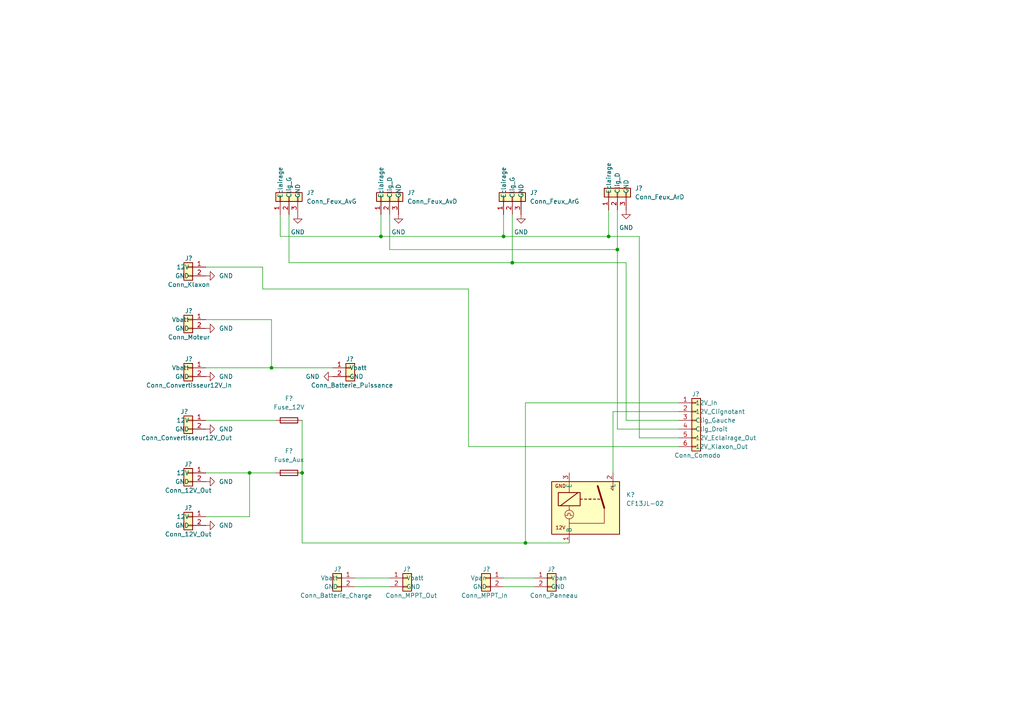
<source format=kicad_sch>
(kicad_sch (version 20211123) (generator eeschema)
  (paper "A4")
  (lib_symbols
    (symbol "Device:Fuse" (pin_numbers hide) (pin_names (offset 0))
      (property "Reference" "F" (at 2.032 0 90))
      (property "Value" "Fuse" (at -1.905 0 90))
      (symbol "Fuse_0_1"
        (rectangle (start -0.762 -2.54) (end 0.762 2.54) (stroke (width 0.254)))
        (polyline (pts (xy 0 2.54) (xy 0 -2.54)))
      )
      (symbol "Fuse_1_1"
        (pin passive line (at 0 3.81 270) (length 1.27) (name "~") (number "1"))
        (pin passive line (at 0 -3.81 90) (length 1.27) (name "~") (number "2"))
      )
    )
    (symbol "circuit:CF13JL-02"
      (property "Reference" "K" (at 11.43 3.81 0))
      (property "Value" "CF13JL-02" (at 17.78 1.27 0))
      (symbol "CF13JL-02_0_1"
        (circle (center -5.08 -4.445) (radius 1.27))
        (polyline (pts (xy -5.08 -6.985) (xy -5.08 -5.715)))
        (polyline (pts (xy -6.096 -4.699) (xy -5.461 -4.699) (xy -5.461 -4.064) (xy -4.826 -4.064) (xy -4.826 -4.699) (xy -4.191 -4.699)))
      )
      (symbol "CF13JL-02_1_1"
        (rectangle (start -10.16 5.08) (end 9.525 -10.16) (stroke (width 0.254)) (fill (type background)))
        (rectangle (start -8.255 1.905) (end -1.905 -1.905) (stroke (width 0.254)))
        (polyline (pts (xy -7.62 -1.905) (xy -2.54 1.905)) (stroke (width 0.254)))
        (polyline (pts (xy -5.08 -10.16) (xy -5.08 -6.985)))
        (polyline (pts (xy -5.08 -3.175) (xy -5.08 -1.905)))
        (polyline (pts (xy -5.08 5.08) (xy -5.08 1.905)))
        (polyline (pts (xy -1.905 0) (xy -1.27 0)) (stroke (width 0.254)))
        (polyline (pts (xy -0.635 0) (xy 0 0)) (stroke (width 0.254)))
        (polyline (pts (xy 0.635 0) (xy 1.27 0)) (stroke (width 0.254)))
        (polyline (pts (xy 0.635 0) (xy 1.27 0)) (stroke (width 0.254)))
        (polyline (pts (xy 1.905 0) (xy 2.54 0)) (stroke (width 0.254)))
        (polyline (pts (xy 3.175 0) (xy 3.81 0)) (stroke (width 0.254)))
        (polyline (pts (xy 5.08 -6.985) (xy -5.08 -6.985)))
        (polyline (pts (xy 5.08 -2.54) (xy 3.175 3.81)) (stroke (width 0.508)))
        (polyline (pts (xy 5.08 -2.54) (xy 5.08 -6.985)))
        (polyline (pts (xy 7.62 3.81) (xy 7.62 5.08)))
        (polyline (pts (xy 7.62 3.81) (xy 7.62 2.54) (xy 6.985 3.175) (xy 7.62 3.81)))
        (text "12V" (at -7.62 -8.255 0) (effects (font (size 1.016 1.016))))
        (text "GND" (at -7.62 3.81 0) (effects (font (size 1.016 1.016))))
        (pin passive line (at -5.08 -12.7 90) (length 2.54) (name "B") (number "1"))
        (pin passive line (at 7.62 7.62 270) (length 2.54) (name "L") (number "2"))
        (pin passive line (at -5.08 7.62 270) (length 2.54) (name "E") (number "3"))
      )
    )
    (symbol "circuit:Conn_12V_Out" (pin_names (offset 1.016))
      (property "Reference" "J" (at 0 2.54 0))
      (property "Value" "Conn_12V_Out" (at 0 -5.08 0))
      (symbol "Conn_12V_Out_1_1"
        (rectangle (start -1.27 -2.413) (end 0 -2.667) (stroke (width 0.1524)))
        (rectangle (start -1.27 0.127) (end 0 -0.127) (stroke (width 0.1524)))
        (rectangle (start -1.27 1.27) (end 1.27 -3.81) (stroke (width 0.254)) (fill (type background)))
        (pin power_in line (at -5.08 0 0) (length 3.81) (name "12V") (number "1"))
        (pin power_in line (at -5.08 -2.54 0) (length 3.81) (name "GND") (number "2"))
      )
    )
    (symbol "circuit:Conn_Batterie_Charge" (pin_names (offset 1.016))
      (property "Reference" "J" (at 0 2.54 0))
      (property "Value" "Conn_Batterie_Charge" (at 0 -5.08 0))
      (symbol "Conn_Batterie_Charge_1_1"
        (rectangle (start -1.27 -2.413) (end 0 -2.667) (stroke (width 0.1524)))
        (rectangle (start -1.27 0.127) (end 0 -0.127) (stroke (width 0.1524)))
        (rectangle (start -1.27 1.27) (end 1.27 -3.81) (stroke (width 0.254)) (fill (type background)))
        (pin power_in line (at -5.08 0 0) (length 3.81) (name "Vbatt") (number "1"))
        (pin power_in line (at -5.08 -2.54 0) (length 3.81) (name "GND") (number "2"))
      )
    )
    (symbol "circuit:Conn_Batterie_Puissance" (pin_names (offset 1.016))
      (property "Reference" "J" (at 0 2.54 0))
      (property "Value" "Conn_Batterie_Puissance" (at 0 -5.08 0))
      (symbol "Conn_Batterie_Puissance_1_1"
        (rectangle (start -1.27 -2.413) (end 0 -2.667) (stroke (width 0.1524)))
        (rectangle (start -1.27 0.127) (end 0 -0.127) (stroke (width 0.1524)))
        (rectangle (start -1.27 1.27) (end 1.27 -3.81) (stroke (width 0.254)) (fill (type background)))
        (pin power_out line (at -5.08 0 0) (length 3.81) (name "Vbatt") (number "1"))
        (pin power_out line (at -5.08 -2.54 0) (length 3.81) (name "GND") (number "2"))
      )
    )
    (symbol "circuit:Conn_Comodo" (pin_names (offset 1.016))
      (property "Reference" "J" (at 0 7.62 0))
      (property "Value" "Conn_Comodo" (at 0 -10.16 0))
      (symbol "Conn_Comodo_1_1"
        (rectangle (start -1.27 -7.493) (end 0 -7.747) (stroke (width 0.1524)))
        (rectangle (start -1.27 -4.953) (end 0 -5.207) (stroke (width 0.1524)))
        (rectangle (start -1.27 -2.413) (end 0 -2.667) (stroke (width 0.1524)))
        (rectangle (start -1.27 0.127) (end 0 -0.127) (stroke (width 0.1524)))
        (rectangle (start -1.27 2.667) (end 0 2.413) (stroke (width 0.1524)))
        (rectangle (start -1.27 5.207) (end 0 4.953) (stroke (width 0.1524)))
        (rectangle (start -1.27 6.35) (end 1.27 -8.89) (stroke (width 0.254)) (fill (type background)))
        (pin power_in line (at -5.08 5.08 0) (length 3.81) (name "12V_In") (number "1"))
        (pin power_in line (at -5.08 2.54 0) (length 3.81) (name "12V_Clignotant") (number "2"))
        (pin power_out line (at -5.08 0 0) (length 3.81) (name "Clig_Gauche") (number "3"))
        (pin power_out line (at -5.08 -2.54 0) (length 3.81) (name "Clig_Droit") (number "4"))
        (pin power_out line (at -5.08 -5.08 0) (length 3.81) (name "12V_Eclairage_Out") (number "5"))
        (pin power_out line (at -5.08 -7.62 0) (length 3.81) (name "12V_Klaxon_Out") (number "6"))
      )
    )
    (symbol "circuit:Conn_Convertisseur12V_In" (pin_names (offset 1.016))
      (property "Reference" "J" (at 0 2.54 0))
      (property "Value" "Conn_Convertisseur12V_In" (at 0 -5.08 0))
      (symbol "Conn_Convertisseur12V_In_1_1"
        (rectangle (start -1.27 -2.413) (end 0 -2.667) (stroke (width 0.1524)))
        (rectangle (start -1.27 0.127) (end 0 -0.127) (stroke (width 0.1524)))
        (rectangle (start -1.27 1.27) (end 1.27 -3.81) (stroke (width 0.254)) (fill (type background)))
        (pin power_in line (at -5.08 0 0) (length 3.81) (name "Vbatt") (number "1"))
        (pin power_in line (at -5.08 -2.54 0) (length 3.81) (name "GND") (number "2"))
      )
    )
    (symbol "circuit:Conn_Convertisseur12V_Out" (pin_names (offset 1.016))
      (property "Reference" "J" (at 0 2.54 0))
      (property "Value" "Conn_Convertisseur12V_Out" (at 0 -5.08 0))
      (symbol "Conn_Convertisseur12V_Out_1_1"
        (rectangle (start -1.27 -2.413) (end 0 -2.667) (stroke (width 0.1524)))
        (rectangle (start -1.27 0.127) (end 0 -0.127) (stroke (width 0.1524)))
        (rectangle (start -1.27 1.27) (end 1.27 -3.81) (stroke (width 0.254)) (fill (type background)))
        (pin power_out line (at -5.08 0 0) (length 3.81) (name "12V") (number "1"))
        (pin power_out line (at -5.08 -2.54 0) (length 3.81) (name "GND") (number "2"))
      )
    )
    (symbol "circuit:Conn_Feux_D" (pin_names (offset 1.016))
      (property "Reference" "J" (at 0 5.08 0))
      (property "Value" "Conn_Feux_D" (at 0 -5.08 0))
      (symbol "Conn_Feux_D_1_1"
        (rectangle (start -1.27 -2.413) (end 0 -2.667) (stroke (width 0.1524)))
        (rectangle (start -1.27 0.127) (end 0 -0.127) (stroke (width 0.1524)))
        (rectangle (start -1.27 2.667) (end 0 2.413) (stroke (width 0.1524)))
        (rectangle (start -1.27 3.81) (end 1.27 -3.81) (stroke (width 0.254)) (fill (type background)))
        (pin power_in line (at -5.08 2.54 0) (length 3.81) (name "Eclairage") (number "1"))
        (pin power_in line (at -5.08 0 0) (length 3.81) (name "Clig_D") (number "2"))
        (pin power_in line (at -5.08 -2.54 0) (length 3.81) (name "GND") (number "3"))
      )
    )
    (symbol "circuit:Conn_Feux_G" (pin_names (offset 1.016))
      (property "Reference" "J" (at 0 5.08 0))
      (property "Value" "Conn_Feux_G" (at 0 -5.08 0))
      (symbol "Conn_Feux_G_1_1"
        (rectangle (start -1.27 -2.413) (end 0 -2.667) (stroke (width 0.1524)))
        (rectangle (start -1.27 0.127) (end 0 -0.127) (stroke (width 0.1524)))
        (rectangle (start -1.27 2.667) (end 0 2.413) (stroke (width 0.1524)))
        (rectangle (start -1.27 3.81) (end 1.27 -3.81) (stroke (width 0.254)) (fill (type background)))
        (pin power_in line (at -5.08 2.54 0) (length 3.81) (name "Eclairage") (number "1"))
        (pin power_in line (at -5.08 0 0) (length 3.81) (name "Clig_G") (number "2"))
        (pin power_in line (at -5.08 -2.54 0) (length 3.81) (name "GND") (number "3"))
      )
    )
    (symbol "circuit:Conn_Klaxon" (pin_names (offset 1.016))
      (property "Reference" "J" (at 0 2.54 0))
      (property "Value" "Conn_Klaxon" (at 0 -5.08 0))
      (symbol "Conn_Klaxon_1_1"
        (rectangle (start -1.27 -2.413) (end 0 -2.667) (stroke (width 0.1524)))
        (rectangle (start -1.27 0.127) (end 0 -0.127) (stroke (width 0.1524)))
        (rectangle (start -1.27 1.27) (end 1.27 -3.81) (stroke (width 0.254)) (fill (type background)))
        (pin power_in line (at -5.08 0 0) (length 3.81) (name "12V") (number "1"))
        (pin power_in line (at -5.08 -2.54 0) (length 3.81) (name "GND") (number "2"))
      )
    )
    (symbol "circuit:Conn_MPPT_In" (pin_names (offset 1.016))
      (property "Reference" "J" (at 0 2.54 0))
      (property "Value" "Conn_MPPT_In" (at 0 -5.08 0))
      (symbol "Conn_MPPT_In_1_1"
        (rectangle (start -1.27 -2.413) (end 0 -2.667) (stroke (width 0.1524)))
        (rectangle (start -1.27 0.127) (end 0 -0.127) (stroke (width 0.1524)))
        (rectangle (start -1.27 1.27) (end 1.27 -3.81) (stroke (width 0.254)) (fill (type background)))
        (pin power_in line (at -5.08 0 0) (length 3.81) (name "Vpan") (number "1"))
        (pin power_in line (at -5.08 -2.54 0) (length 3.81) (name "GND") (number "2"))
      )
    )
    (symbol "circuit:Conn_MPPT_Out" (pin_names (offset 1.016))
      (property "Reference" "J" (at 0 2.54 0))
      (property "Value" "Conn_MPPT_Out" (at 0 -5.08 0))
      (symbol "Conn_MPPT_Out_1_1"
        (rectangle (start -1.27 -2.413) (end 0 -2.667) (stroke (width 0.1524)))
        (rectangle (start -1.27 0.127) (end 0 -0.127) (stroke (width 0.1524)))
        (rectangle (start -1.27 1.27) (end 1.27 -3.81) (stroke (width 0.254)) (fill (type background)))
        (pin power_out line (at -5.08 0 0) (length 3.81) (name "Vbatt") (number "1"))
        (pin power_out line (at -5.08 -2.54 0) (length 3.81) (name "GND") (number "2"))
      )
    )
    (symbol "circuit:Conn_Moteur" (pin_names (offset 1.016))
      (property "Reference" "J" (at 0 2.54 0))
      (property "Value" "Conn_Moteur" (at 0 -5.08 0))
      (symbol "Conn_Moteur_1_1"
        (rectangle (start -1.27 -2.413) (end 0 -2.667) (stroke (width 0.1524)))
        (rectangle (start -1.27 0.127) (end 0 -0.127) (stroke (width 0.1524)))
        (rectangle (start -1.27 1.27) (end 1.27 -3.81) (stroke (width 0.254)) (fill (type background)))
        (pin power_in line (at -5.08 0 0) (length 3.81) (name "Vbatt") (number "1"))
        (pin power_in line (at -5.08 -2.54 0) (length 3.81) (name "GND") (number "2"))
      )
    )
    (symbol "circuit:Conn_Panneau" (pin_names (offset 1.016))
      (property "Reference" "J" (at 0 2.54 0))
      (property "Value" "Conn_Panneau" (at 0 -5.08 0))
      (symbol "Conn_Panneau_1_1"
        (rectangle (start -1.27 -2.413) (end 0 -2.667) (stroke (width 0.1524)))
        (rectangle (start -1.27 0.127) (end 0 -0.127) (stroke (width 0.1524)))
        (rectangle (start -1.27 1.27) (end 1.27 -3.81) (stroke (width 0.254)) (fill (type background)))
        (pin power_out line (at -5.08 0 0) (length 3.81) (name "Vpan") (number "1"))
        (pin power_out line (at -5.08 -2.54 0) (length 3.81) (name "GND") (number "2"))
      )
    )
    (symbol "power:GND" (power) (pin_names (offset 0))
      (property "Value" "GND" (at 0 -3.81 0))
      (symbol "GND_0_1"
        (polyline (pts (xy 0 0) (xy 0 -1.27) (xy 1.27 -1.27) (xy 0 -2.54) (xy -1.27 -1.27) (xy 0 -1.27)))
      )
      (symbol "GND_1_1"
        (pin power_in line (at 0 0 270) (length 0) hide (name "GND") (number "1"))
      )
    )
  )
  (junction (at 148.59 76.2))
  (junction (at 78.74 106.68))
  (junction (at 72.39 137.16))
  (junction (at 110.49 68.58))
  (junction (at 146.05 68.58))
  (junction (at 152.4 157.48))
  (junction (at 87.63 137.16))
  (junction (at 176.53 68.58))
  (junction (at 179.07 72.39))
  (wire (pts (xy 78.74 92.71) (xy 59.69 92.71)))
  (wire (pts (xy 110.49 68.58) (xy 81.28 68.58)))
  (wire (pts (xy 76.2 77.47) (xy 59.69 77.47)))
  (wire (pts (xy 59.69 121.92) (xy 80.01 121.92)))
  (wire (pts (xy 102.87 167.64) (xy 113.03 167.64)))
  (wire (pts (xy 176.53 60.96) (xy 176.53 68.58)))
  (wire (pts (xy 59.69 137.16) (xy 72.39 137.16)))
  (wire (pts (xy 148.59 62.23) (xy 148.59 76.2)))
  (wire (pts (xy 59.69 106.68) (xy 78.74 106.68)))
  (wire (pts (xy 177.8 119.38) (xy 196.85 119.38)))
  (wire (pts (xy 179.07 72.39) (xy 113.03 72.39)))
  (wire (pts (xy 196.85 127) (xy 185.42 127)))
  (wire (pts (xy 110.49 62.23) (xy 110.49 68.58)))
  (wire (pts (xy 181.61 121.92) (xy 196.85 121.92)))
  (wire (pts (xy 72.39 137.16) (xy 80.01 137.16)))
  (wire (pts (xy 196.85 116.84) (xy 152.4 116.84)))
  (wire (pts (xy 177.8 137.16) (xy 177.8 119.38)))
  (wire (pts (xy 83.82 76.2) (xy 83.82 62.23)))
  (wire (pts (xy 72.39 137.16) (xy 72.39 149.86)))
  (wire (pts (xy 78.74 106.68) (xy 96.52 106.68)))
  (wire (pts (xy 110.49 68.58) (xy 146.05 68.58)))
  (wire (pts (xy 152.4 116.84) (xy 152.4 157.48)))
  (wire (pts (xy 146.05 62.23) (xy 146.05 68.58)))
  (wire (pts (xy 179.07 124.46) (xy 196.85 124.46)))
  (wire (pts (xy 148.59 76.2) (xy 83.82 76.2)))
  (wire (pts (xy 181.61 76.2) (xy 181.61 121.92)))
  (wire (pts (xy 165.1 157.48) (xy 152.4 157.48)))
  (wire (pts (xy 78.74 106.68) (xy 78.74 92.71)))
  (wire (pts (xy 152.4 157.48) (xy 87.63 157.48)))
  (wire (pts (xy 87.63 137.16) (xy 87.63 121.92)))
  (wire (pts (xy 113.03 72.39) (xy 113.03 62.23)))
  (wire (pts (xy 196.85 129.54) (xy 135.89 129.54)))
  (wire (pts (xy 135.89 129.54) (xy 135.89 83.82)))
  (wire (pts (xy 179.07 72.39) (xy 179.07 124.46)))
  (wire (pts (xy 146.05 170.18) (xy 154.94 170.18)))
  (wire (pts (xy 87.63 157.48) (xy 87.63 137.16)))
  (wire (pts (xy 185.42 127) (xy 185.42 68.58)))
  (wire (pts (xy 148.59 76.2) (xy 181.61 76.2)))
  (wire (pts (xy 146.05 167.64) (xy 154.94 167.64)))
  (wire (pts (xy 179.07 60.96) (xy 179.07 72.39)))
  (wire (pts (xy 72.39 149.86) (xy 59.69 149.86)))
  (wire (pts (xy 146.05 68.58) (xy 176.53 68.58)))
  (wire (pts (xy 76.2 83.82) (xy 76.2 77.47)))
  (wire (pts (xy 102.87 170.18) (xy 113.03 170.18)))
  (wire (pts (xy 176.53 68.58) (xy 185.42 68.58)))
  (wire (pts (xy 135.89 83.82) (xy 76.2 83.82)))
  (wire (pts (xy 81.28 68.58) (xy 81.28 62.23)))
  (symbol (lib_id "power:GND") (at 59.69 95.25 90) (unit 1)
    (property "Reference" "#PWR?" (effects hide))
    (property "Value" "GND" (at 63.5 95.2499 90) (effects (justify right)))
  )
  (symbol (lib_id "circuit:Conn_Convertisseur12V_In") (at 54.61 106.68 0) (mirror y) (unit 1)
    (property "Reference" "J?" (at 55.88 104.14 0) (effects (justify left)))
    (property "Value" "Conn_Convertisseur12V_In" (at 67.31 111.76 0) (effects (justify left)))
  )
  (symbol (lib_id "power:GND") (at 86.36 62.23 0) (unit 1)
    (property "Reference" "#PWR?" (effects hide))
    (property "Value" "GND" (at 86.36 67.31 0))
  )
  (symbol (lib_id "circuit:Conn_Feux_D") (at 113.03 57.15 90) (unit 1)
    (property "Reference" "J?" (at 118.11 55.8799 90) (effects (justify right)))
    (property "Value" "Conn_Feux_AvD" (at 118.11 58.4199 90) (effects (justify right)))
  )
  (symbol (lib_id "circuit:CF13JL-02") (at 170.18 144.78 0) (unit 1)
    (property "Reference" "K?" (at 181.61 143.5099 0) (effects (justify left)))
    (property "Value" "CF13JL-02" (at 181.61 146.0499 0) (effects (justify left)))
  )
  (symbol (lib_id "Device:Fuse") (at 83.82 137.16 90) (unit 1)
    (property "Reference" "F?" (at 83.82 130.81 90))
    (property "Value" "Fuse_Aux" (at 83.82 133.35 90))
  )
  (symbol (lib_id "power:GND") (at 59.69 152.4 90) (unit 1)
    (property "Reference" "#PWR?" (effects hide))
    (property "Value" "GND" (at 63.5 152.3999 90) (effects (justify right)))
  )
  (symbol (lib_id "power:GND") (at 96.52 109.22 270) (unit 1)
    (property "Reference" "#PWR?" (effects hide))
    (property "Value" "GND" (at 92.71 109.2199 90) (effects (justify right)))
  )
  (symbol (lib_id "circuit:Conn_Klaxon") (at 54.61 77.47 0) (mirror y) (unit 1)
    (property "Reference" "J?" (at 55.88 74.93 0) (effects (justify left)))
    (property "Value" "Conn_Klaxon" (at 60.96 82.55 0) (effects (justify left)))
  )
  (symbol (lib_id "circuit:Conn_12V_Out") (at 54.61 137.16 0) (mirror y) (unit 1)
    (property "Reference" "J?" (at 54.61 134.62 0))
    (property "Value" "Conn_12V_Out" (at 54.61 142.24 0))
  )
  (symbol (lib_id "power:GND") (at 115.57 62.23 0) (unit 1)
    (property "Reference" "#PWR?" (effects hide))
    (property "Value" "GND" (at 115.57 67.31 0))
  )
  (symbol (lib_id "power:GND") (at 59.69 124.46 90) (unit 1)
    (property "Reference" "#PWR?" (effects hide))
    (property "Value" "GND" (at 63.5 124.4599 90) (effects (justify right)))
  )
  (symbol (lib_id "circuit:Conn_Feux_G") (at 148.59 57.15 90) (unit 1)
    (property "Reference" "J?" (at 153.67 55.8799 90) (effects (justify right)))
    (property "Value" "Conn_Feux_ArG" (at 153.67 58.4199 90) (effects (justify right)))
  )
  (symbol (lib_id "circuit:Conn_Batterie_Puissance") (at 101.6 106.68 0) (unit 1)
    (property "Reference" "J?" (at 100.33 104.14 0) (effects (justify left)))
    (property "Value" "Conn_Batterie_Puissance" (at 90.17 111.76 0) (effects (justify left)))
  )
  (symbol (lib_id "circuit:Conn_Moteur") (at 54.61 92.71 0) (mirror y) (unit 1)
    (property "Reference" "J?" (at 55.88 90.17 0) (effects (justify left)))
    (property "Value" "Conn_Moteur" (at 60.96 97.79 0) (effects (justify left)))
  )
  (symbol (lib_id "power:GND") (at 59.69 80.01 90) (unit 1)
    (property "Reference" "#PWR?" (effects hide))
    (property "Value" "GND" (at 63.5 80.0099 90) (effects (justify right)))
  )
  (symbol (lib_id "circuit:Conn_Convertisseur12V_Out") (at 54.61 121.92 0) (mirror y) (unit 1)
    (property "Reference" "J?" (at 54.61 119.38 0) (effects (justify left)))
    (property "Value" "Conn_Convertisseur12V_Out" (at 67.31 127 0) (effects (justify left)))
  )
  (symbol (lib_id "circuit:Conn_MPPT_In") (at 140.97 167.64 0) (mirror y) (unit 1)
    (property "Reference" "J?" (at 142.24 165.1 0) (effects (justify left)))
    (property "Value" "Conn_MPPT_In" (at 147.32 172.72 0) (effects (justify left)))
  )
  (symbol (lib_id "circuit:Conn_Panneau") (at 160.02 167.64 0) (unit 1)
    (property "Reference" "J?" (at 158.75 165.1 0) (effects (justify left)))
    (property "Value" "Conn_Panneau" (at 153.67 172.72 0) (effects (justify left)))
  )
  (symbol (lib_id "circuit:Conn_Batterie_Charge") (at 97.79 167.64 0) (mirror y) (unit 1)
    (property "Reference" "J?" (at 99.06 165.1 0) (effects (justify left)))
    (property "Value" "Conn_Batterie_Charge" (at 107.95 172.72 0) (effects (justify left)))
  )
  (symbol (lib_id "circuit:Conn_Comodo") (at 201.93 121.92 0) (unit 1)
    (property "Reference" "J?" (at 200.66 114.3 0) (effects (justify left)))
    (property "Value" "Conn_Comodo" (at 195.58 132.08 0) (effects (justify left)))
  )
  (symbol (lib_id "power:GND") (at 59.69 139.7 90) (unit 1)
    (property "Reference" "#PWR?" (effects hide))
    (property "Value" "GND" (at 63.5 139.6999 90) (effects (justify right)))
  )
  (symbol (lib_id "Device:Fuse") (at 83.82 121.92 90) (unit 1)
    (property "Reference" "F?" (at 83.82 115.57 90))
    (property "Value" "Fuse_12V" (at 83.82 118.11 90))
  )
  (symbol (lib_id "circuit:Conn_12V_Out") (at 54.61 149.86 0) (mirror y) (unit 1)
    (property "Reference" "J?" (at 54.61 147.32 0))
    (property "Value" "Conn_12V_Out" (at 54.61 154.94 0))
  )
  (symbol (lib_id "circuit:Conn_Feux_D") (at 179.07 55.88 90) (unit 1)
    (property "Reference" "J?" (at 184.15 54.6099 90) (effects (justify right)))
    (property "Value" "Conn_Feux_ArD" (at 184.15 57.1499 90) (effects (justify right)))
  )
  (symbol (lib_id "circuit:Conn_Feux_G") (at 83.82 57.15 90) (unit 1)
    (property "Reference" "J?" (at 88.9 55.8799 90) (effects (justify right)))
    (property "Value" "Conn_Feux_AvG" (at 88.9 58.4199 90) (effects (justify right)))
  )
  (symbol (lib_id "power:GND") (at 181.61 60.96 0) (unit 1)
    (property "Reference" "#PWR?" (effects hide))
    (property "Value" "GND" (at 181.61 66.04 0))
  )
  (symbol (lib_id "power:GND") (at 59.69 109.22 90) (unit 1)
    (property "Reference" "#PWR?" (effects hide))
    (property "Value" "GND" (at 63.5 109.2199 90) (effects (justify right)))
  )
  (symbol (lib_id "circuit:Conn_MPPT_Out") (at 118.11 167.64 0) (unit 1)
    (property "Reference" "J?" (at 116.84 165.1 0) (effects (justify left)))
    (property "Value" "Conn_MPPT_Out" (at 111.76 172.72 0) (effects (justify left)))
  )
  (symbol (lib_id "power:GND") (at 151.13 62.23 0) (unit 1)
    (property "Reference" "#PWR?" (effects hide))
    (property "Value" "GND" (at 151.13 67.31 0))
  )
)
</source>
